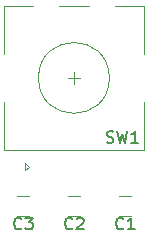
<source format=gbr>
G04 #@! TF.FileFunction,Legend,Top*
%FSLAX46Y46*%
G04 Gerber Fmt 4.6, Leading zero omitted, Abs format (unit mm)*
G04 Created by KiCad (PCBNEW 4.0.6) date Tue Sep 25 18:00:22 2018*
%MOMM*%
%LPD*%
G01*
G04 APERTURE LIST*
%ADD10C,0.100000*%
%ADD11C,0.120000*%
%ADD12C,0.150000*%
G04 APERTURE END LIST*
D10*
D11*
X156424000Y-104175800D02*
X156424000Y-103175800D01*
X155924000Y-103675800D02*
X156924000Y-103675800D01*
X159924000Y-97575800D02*
X162324000Y-97575800D01*
X155124000Y-97575800D02*
X157724000Y-97575800D01*
X150524000Y-97575800D02*
X152924000Y-97575800D01*
X152324000Y-110875800D02*
X152624000Y-111175800D01*
X152324000Y-111475800D02*
X152324000Y-110875800D01*
X152624000Y-111175800D02*
X152324000Y-111475800D01*
X150524000Y-109775800D02*
X162324000Y-109775800D01*
X150524000Y-105675800D02*
X150524000Y-109775800D01*
X162324000Y-105675800D02*
X162324000Y-109775800D01*
X162324000Y-97575800D02*
X162324000Y-101675800D01*
X150524000Y-101675800D02*
X150524000Y-97575800D01*
X159424000Y-103675800D02*
G75*
G03X159424000Y-103675800I-3000000J0D01*
G01*
X160282000Y-115404000D02*
X161282000Y-115404000D01*
X161282000Y-113704000D02*
X160282000Y-113704000D01*
X155964000Y-115404000D02*
X156964000Y-115404000D01*
X156964000Y-113704000D02*
X155964000Y-113704000D01*
X151646000Y-115404000D02*
X152646000Y-115404000D01*
X152646000Y-113704000D02*
X151646000Y-113704000D01*
D12*
X159194667Y-109116762D02*
X159337524Y-109164381D01*
X159575620Y-109164381D01*
X159670858Y-109116762D01*
X159718477Y-109069143D01*
X159766096Y-108973905D01*
X159766096Y-108878667D01*
X159718477Y-108783429D01*
X159670858Y-108735810D01*
X159575620Y-108688190D01*
X159385143Y-108640571D01*
X159289905Y-108592952D01*
X159242286Y-108545333D01*
X159194667Y-108450095D01*
X159194667Y-108354857D01*
X159242286Y-108259619D01*
X159289905Y-108212000D01*
X159385143Y-108164381D01*
X159623239Y-108164381D01*
X159766096Y-108212000D01*
X160099429Y-108164381D02*
X160337524Y-109164381D01*
X160528001Y-108450095D01*
X160718477Y-109164381D01*
X160956572Y-108164381D01*
X161861334Y-109164381D02*
X161289905Y-109164381D01*
X161575619Y-109164381D02*
X161575619Y-108164381D01*
X161480381Y-108307238D01*
X161385143Y-108402476D01*
X161289905Y-108450095D01*
X160615334Y-116411143D02*
X160567715Y-116458762D01*
X160424858Y-116506381D01*
X160329620Y-116506381D01*
X160186762Y-116458762D01*
X160091524Y-116363524D01*
X160043905Y-116268286D01*
X159996286Y-116077810D01*
X159996286Y-115934952D01*
X160043905Y-115744476D01*
X160091524Y-115649238D01*
X160186762Y-115554000D01*
X160329620Y-115506381D01*
X160424858Y-115506381D01*
X160567715Y-115554000D01*
X160615334Y-115601619D01*
X161567715Y-116506381D02*
X160996286Y-116506381D01*
X161282000Y-116506381D02*
X161282000Y-115506381D01*
X161186762Y-115649238D01*
X161091524Y-115744476D01*
X160996286Y-115792095D01*
X156297334Y-116411143D02*
X156249715Y-116458762D01*
X156106858Y-116506381D01*
X156011620Y-116506381D01*
X155868762Y-116458762D01*
X155773524Y-116363524D01*
X155725905Y-116268286D01*
X155678286Y-116077810D01*
X155678286Y-115934952D01*
X155725905Y-115744476D01*
X155773524Y-115649238D01*
X155868762Y-115554000D01*
X156011620Y-115506381D01*
X156106858Y-115506381D01*
X156249715Y-115554000D01*
X156297334Y-115601619D01*
X156678286Y-115601619D02*
X156725905Y-115554000D01*
X156821143Y-115506381D01*
X157059239Y-115506381D01*
X157154477Y-115554000D01*
X157202096Y-115601619D01*
X157249715Y-115696857D01*
X157249715Y-115792095D01*
X157202096Y-115934952D01*
X156630667Y-116506381D01*
X157249715Y-116506381D01*
X151979334Y-116411143D02*
X151931715Y-116458762D01*
X151788858Y-116506381D01*
X151693620Y-116506381D01*
X151550762Y-116458762D01*
X151455524Y-116363524D01*
X151407905Y-116268286D01*
X151360286Y-116077810D01*
X151360286Y-115934952D01*
X151407905Y-115744476D01*
X151455524Y-115649238D01*
X151550762Y-115554000D01*
X151693620Y-115506381D01*
X151788858Y-115506381D01*
X151931715Y-115554000D01*
X151979334Y-115601619D01*
X152312667Y-115506381D02*
X152931715Y-115506381D01*
X152598381Y-115887333D01*
X152741239Y-115887333D01*
X152836477Y-115934952D01*
X152884096Y-115982571D01*
X152931715Y-116077810D01*
X152931715Y-116315905D01*
X152884096Y-116411143D01*
X152836477Y-116458762D01*
X152741239Y-116506381D01*
X152455524Y-116506381D01*
X152360286Y-116458762D01*
X152312667Y-116411143D01*
M02*

</source>
